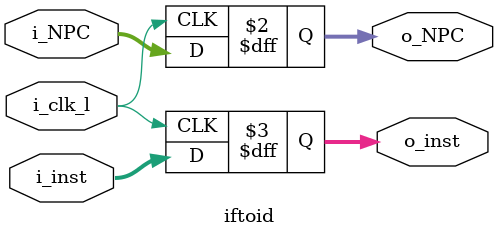
<source format=v>
module iftoid(i_clk_l, i_NPC, i_inst, o_NPC, o_inst);

input i_clk_l;
input [29:0] i_NPC;
input [31:0] i_inst;

output reg [29:0] o_NPC;
output reg [31:0] o_inst;

always@(posedge i_clk_l) begin
    
  o_NPC = i_NPC;
  o_inst = i_inst;

  end
endmodule

</source>
